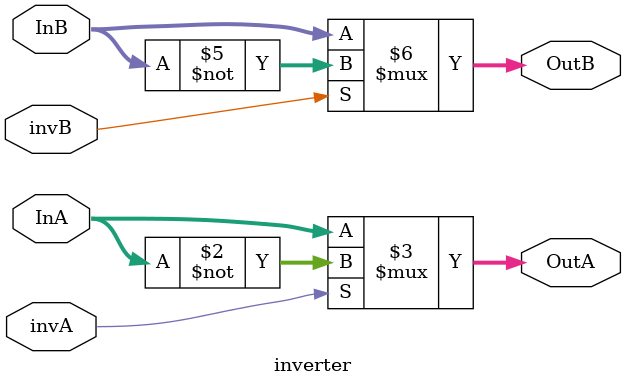
<source format=v>
module inverter(InA, InB, invA, invB, OutA, OutB);

	input [15:0] InA, InB;
	input invA, invB;
	output [15:0] OutA, OutB;
	
	assign OutA = (invA == 1) ? ~InA : InA;
	assign OutB = (invB == 1) ? ~InB : InB;

endmodule
</source>
